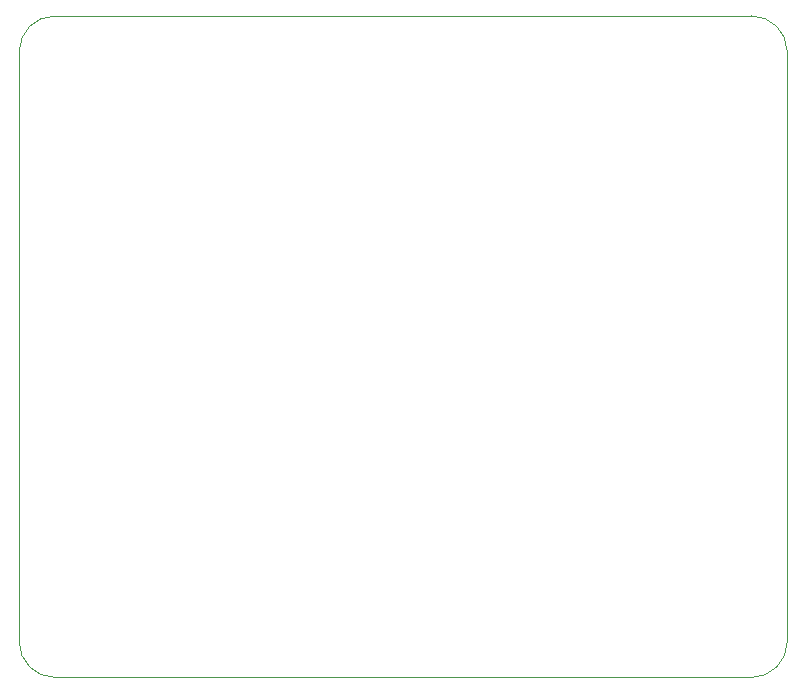
<source format=gko>
G04 Layer_Color=16711935*
%FSLAX25Y25*%
%MOIN*%
G70*
G01*
G75*
%ADD46C,0.00000*%
D46*
X-13800Y-194800D02*
G03*
X-1900Y-206700I11900J0D01*
G01*
X230300D02*
G03*
X242200Y-194800I0J11900D01*
G01*
Y2000D02*
G03*
X230300Y13800I-11850J-50D01*
G01*
X-1900D02*
G03*
X-13800Y2000I-50J-11850D01*
G01*
X-1900Y-206700D02*
X230300D01*
X242200Y-194800D02*
Y2000D01*
X-1900Y13800D02*
X230300D01*
X-13800Y-194800D02*
Y2000D01*
M02*

</source>
